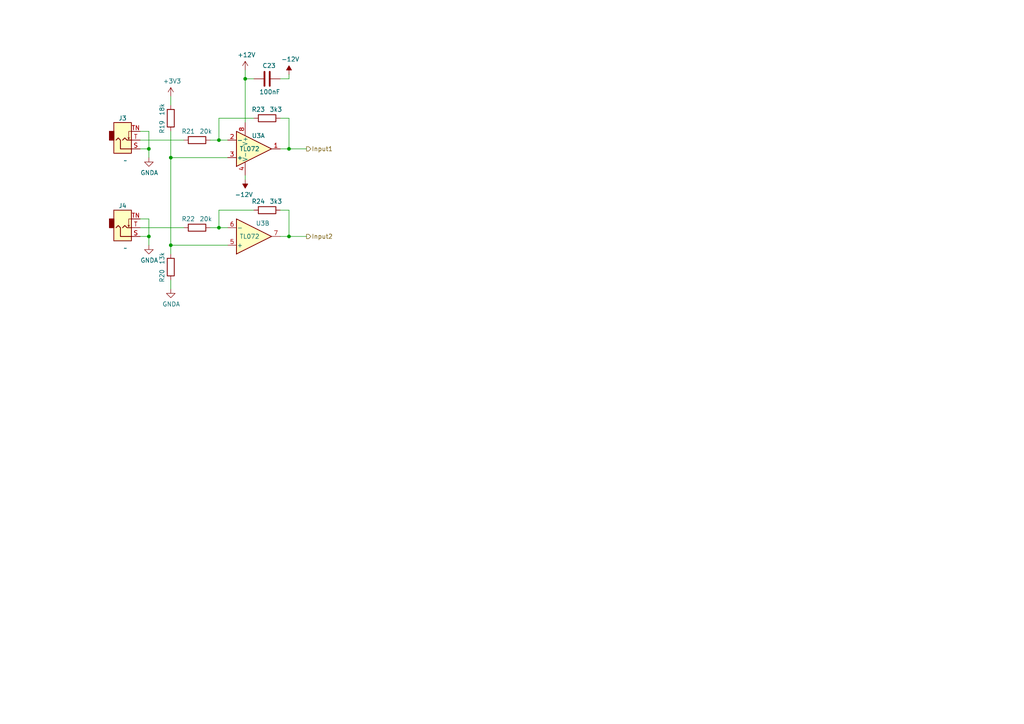
<source format=kicad_sch>
(kicad_sch (version 20211123) (generator eeschema)
  (paper "A4")
  (lib_symbols
    (symbol "Amplifier_Operational:TL072" (pin_names (offset 0.127))
      (property "Reference" "U" (at 0 5.08 0))
      (property "Value" "TL072" (at 0 -5.08 0))
      (symbol "TL072_1_1"
        (polyline (pts (xy -5.08 5.08) (xy 5.08 0) (xy -5.08 -5.08) (xy -5.08 5.08)) (stroke (width 0.254)) (fill (type background)))
        (pin output line (at 7.62 0 180) (length 2.54) (name "~") (number "1"))
        (pin input line (at -7.62 -2.54 0) (length 2.54) (name "-") (number "2"))
        (pin input line (at -7.62 2.54 0) (length 2.54) (name "+") (number "3"))
      )
      (symbol "TL072_2_1"
        (polyline (pts (xy -5.08 5.08) (xy 5.08 0) (xy -5.08 -5.08) (xy -5.08 5.08)) (stroke (width 0.254)) (fill (type background)))
        (pin input line (at -7.62 2.54 0) (length 2.54) (name "+") (number "5"))
        (pin input line (at -7.62 -2.54 0) (length 2.54) (name "-") (number "6"))
        (pin output line (at 7.62 0 180) (length 2.54) (name "~") (number "7"))
      )
      (symbol "TL072_3_1"
        (pin power_in line (at -2.54 -7.62 90) (length 3.81) (name "V-") (number "4"))
        (pin power_in line (at -2.54 7.62 270) (length 3.81) (name "V+") (number "8"))
      )
    )
    (symbol "Connector:AudioJack2_SwitchT"
      (property "Reference" "J" (at 0 8.89 0))
      (property "Value" "AudioJack2_SwitchT" (at 0 6.35 0))
      (symbol "AudioJack2_SwitchT_0_1"
        (rectangle (start -2.54 0) (end -3.81 -2.54) (stroke (width 0.254)) (fill (type outline)))
        (polyline (pts (xy 1.778 -0.254) (xy 2.032 -0.762)))
        (polyline (pts (xy 0 0) (xy 0.635 -0.635) (xy 1.27 0) (xy 2.54 0)) (stroke (width 0.254)))
        (polyline (pts (xy 2.54 -2.54) (xy 1.778 -2.54) (xy 1.778 -0.254) (xy 1.524 -0.762)))
        (polyline (pts (xy 2.54 2.54) (xy -0.635 2.54) (xy -0.635 0) (xy -1.27 -0.635) (xy -1.905 0)) (stroke (width 0.254)))
        (rectangle (start 2.54 3.81) (end -2.54 -5.08) (stroke (width 0.254)) (fill (type background)))
      )
      (symbol "AudioJack2_SwitchT_1_1"
        (pin passive line (at 5.08 2.54 180) (length 2.54) (name "~") (number "S"))
        (pin passive line (at 5.08 0 180) (length 2.54) (name "~") (number "T"))
        (pin passive line (at 5.08 -2.54 180) (length 2.54) (name "~") (number "TN"))
      )
    )
    (symbol "Device:C" (pin_numbers hide) (pin_names (offset 0.254))
      (property "Reference" "C" (at 0.635 2.54 0))
      (property "Value" "C" (at 0.635 -2.54 0))
      (symbol "C_0_1"
        (polyline (pts (xy -2.032 -0.762) (xy 2.032 -0.762)) (stroke (width 0.508)))
        (polyline (pts (xy -2.032 0.762) (xy 2.032 0.762)) (stroke (width 0.508)))
      )
      (symbol "C_1_1"
        (pin passive line (at 0 3.81 270) (length 2.794) (name "~") (number "1"))
        (pin passive line (at 0 -3.81 90) (length 2.794) (name "~") (number "2"))
      )
    )
    (symbol "Device:R" (pin_numbers hide) (pin_names (offset 0))
      (property "Reference" "R" (at 2.032 0 90))
      (property "Value" "R" (at 0 0 90))
      (symbol "R_0_1"
        (rectangle (start -1.016 -2.54) (end 1.016 2.54) (stroke (width 0.254)))
      )
      (symbol "R_1_1"
        (pin passive line (at 0 3.81 270) (length 1.27) (name "~") (number "1"))
        (pin passive line (at 0 -3.81 90) (length 1.27) (name "~") (number "2"))
      )
    )
    (symbol "power:+12V" (power) (pin_names (offset 0))
      (property "Value" "+12V" (at 0 3.556 0))
      (symbol "+12V_0_1"
        (polyline (pts (xy -0.762 1.27) (xy 0 2.54)))
        (polyline (pts (xy 0 0) (xy 0 2.54)))
        (polyline (pts (xy 0 2.54) (xy 0.762 1.27)))
      )
      (symbol "+12V_1_1"
        (pin power_in line (at 0 0 90) (length 0) hide (name "+12V") (number "1"))
      )
    )
    (symbol "power:+3V3" (power) (pin_names (offset 0))
      (property "Value" "+3V3" (at 0 3.556 0))
      (symbol "+3V3_0_1"
        (polyline (pts (xy -0.762 1.27) (xy 0 2.54)))
        (polyline (pts (xy 0 0) (xy 0 2.54)))
        (polyline (pts (xy 0 2.54) (xy 0.762 1.27)))
      )
      (symbol "+3V3_1_1"
        (pin power_in line (at 0 0 90) (length 0) hide (name "+3V3") (number "1"))
      )
    )
    (symbol "power:-12V" (power) (pin_names (offset 0))
      (property "Value" "-12V" (at 0 3.81 0))
      (symbol "-12V_0_0"
        (pin power_in line (at 0 0 90) (length 0) hide (name "-12V") (number "1"))
      )
      (symbol "-12V_0_1"
        (polyline (pts (xy 0 0) (xy 0 1.27) (xy 0.762 1.27) (xy 0 2.54) (xy -0.762 1.27) (xy 0 1.27)) (fill (type outline)))
      )
    )
    (symbol "power:GNDA" (power) (pin_names (offset 0))
      (property "Value" "GNDA" (at 0 -3.81 0))
      (symbol "GNDA_0_1"
        (polyline (pts (xy 0 0) (xy 0 -1.27) (xy 1.27 -1.27) (xy 0 -2.54) (xy -1.27 -1.27) (xy 0 -1.27)))
      )
      (symbol "GNDA_1_1"
        (pin power_in line (at 0 0 270) (length 0) hide (name "GNDA") (number "1"))
      )
    )
  )
  (junction (at 83.82 43.18))
  (junction (at 63.5 40.64))
  (junction (at 49.53 71.12))
  (junction (at 83.82 68.58))
  (junction (at 63.5 66.04))
  (junction (at 71.12 22.86))
  (junction (at 49.53 45.72))
  (junction (at 43.18 43.18))
  (junction (at 43.18 68.58))
  (wire (pts (xy 63.5 60.96) (xy 63.5 66.04)))
  (wire (pts (xy 83.82 68.58) (xy 88.9 68.58)))
  (wire (pts (xy 49.53 45.72) (xy 66.04 45.72)))
  (wire (pts (xy 83.82 60.96) (xy 83.82 68.58)))
  (wire (pts (xy 49.53 81.28) (xy 49.53 83.82)))
  (wire (pts (xy 49.53 27.94) (xy 49.53 30.48)))
  (wire (pts (xy 83.82 43.18) (xy 88.9 43.18)))
  (wire (pts (xy 81.28 68.58) (xy 83.82 68.58)))
  (wire (pts (xy 43.18 43.18) (xy 43.18 45.72)))
  (wire (pts (xy 73.66 34.29) (xy 63.5 34.29)))
  (wire (pts (xy 49.53 38.1) (xy 49.53 45.72)))
  (wire (pts (xy 60.96 66.04) (xy 63.5 66.04)))
  (wire (pts (xy 49.53 71.12) (xy 49.53 73.66)))
  (wire (pts (xy 83.82 22.86) (xy 83.82 21.59)))
  (wire (pts (xy 81.28 22.86) (xy 83.82 22.86)))
  (wire (pts (xy 63.5 40.64) (xy 66.04 40.64)))
  (wire (pts (xy 83.82 34.29) (xy 83.82 43.18)))
  (wire (pts (xy 40.64 38.1) (xy 43.18 38.1)))
  (wire (pts (xy 43.18 63.5) (xy 43.18 68.58)))
  (wire (pts (xy 40.64 40.64) (xy 53.34 40.64)))
  (wire (pts (xy 71.12 22.86) (xy 71.12 20.32)))
  (wire (pts (xy 60.96 40.64) (xy 63.5 40.64)))
  (wire (pts (xy 71.12 35.56) (xy 71.12 22.86)))
  (wire (pts (xy 49.53 45.72) (xy 49.53 71.12)))
  (wire (pts (xy 81.28 43.18) (xy 83.82 43.18)))
  (wire (pts (xy 40.64 43.18) (xy 43.18 43.18)))
  (wire (pts (xy 40.64 63.5) (xy 43.18 63.5)))
  (wire (pts (xy 81.28 34.29) (xy 83.82 34.29)))
  (wire (pts (xy 81.28 60.96) (xy 83.82 60.96)))
  (wire (pts (xy 63.5 34.29) (xy 63.5 40.64)))
  (wire (pts (xy 43.18 68.58) (xy 43.18 71.12)))
  (wire (pts (xy 40.64 66.04) (xy 53.34 66.04)))
  (wire (pts (xy 73.66 22.86) (xy 71.12 22.86)))
  (wire (pts (xy 73.66 60.96) (xy 63.5 60.96)))
  (wire (pts (xy 66.04 71.12) (xy 49.53 71.12)))
  (wire (pts (xy 63.5 66.04) (xy 66.04 66.04)))
  (wire (pts (xy 43.18 38.1) (xy 43.18 43.18)))
  (wire (pts (xy 71.12 52.07) (xy 71.12 50.8)))
  (wire (pts (xy 40.64 68.58) (xy 43.18 68.58)))
  (hierarchical_label "Input2" (shape output) (at 88.9 68.58 0))
  (hierarchical_label "Input1" (shape output) (at 88.9 43.18 0))
  (symbol (lib_id "Device:R") (at 49.53 77.47 180) (unit 1)
    (property "Reference" "R20" (at 46.99 80.01 90))
    (property "Value" "13k" (at 46.99 74.93 90))
    (property "Footprint" "Resistor_SMD:R_0603_1608Metric" (effects hide))
    (property "LCSC" "C22797" (effects hide))
  )
  (symbol (lib_id "power:+3V3") (at 49.53 27.94 0) (unit 1)
    (property "Reference" "#PWR052" (effects hide))
    (property "Value" "+3V3" (at 49.911 23.5458 0))
  )
  (symbol (lib_id "Amplifier_Operational:TL072") (at 73.66 43.18 0) (mirror x) (unit 1)
    (property "Reference" "U3" (at 74.93 39.37 0))
    (property "Value" "TL072" (at 72.39 43.18 0))
    (property "Footprint" "Package_SO:SOIC-8_3.9x4.9mm_P1.27mm" (effects hide))
    (property "Datasheet" "http://www.ti.com/lit/ds/symlink/tl071.pdf" (effects hide))
    (property "LCSC" "C6961" (effects hide))
  )
  (symbol (lib_id "Device:C") (at 77.47 22.86 90) (unit 1)
    (property "Reference" "C23" (at 80.01 19.05 90) (effects (justify left)))
    (property "Value" "100nF" (at 81.28 26.67 90) (effects (justify left)))
    (property "Footprint" "Capacitor_SMD:C_0603_1608Metric" (effects hide))
    (property "LCSC" "C14663" (effects hide))
  )
  (symbol (lib_id "Amplifier_Operational:TL072") (at 73.66 43.18 0) (unit 3)
    (property "Reference" "U3" (effects hide))
    (property "Value" "TL072" (effects hide))
    (property "Footprint" "Package_SO:SOIC-8_3.9x4.9mm_P1.27mm" (effects hide))
    (property "Datasheet" "http://www.ti.com/lit/ds/symlink/tl071.pdf" (effects hide))
    (property "LCSC" "C6961" (effects hide))
  )
  (symbol (lib_id "Device:R") (at 77.47 34.29 270) (unit 1)
    (property "Reference" "R23" (at 74.93 31.75 90))
    (property "Value" "3k3" (at 80.01 31.75 90))
    (property "Footprint" "Resistor_SMD:R_0603_1608Metric" (effects hide))
    (property "LCSC" "C22978" (effects hide))
  )
  (symbol (lib_id "Amplifier_Operational:TL072") (at 73.66 68.58 0) (mirror x) (unit 2)
    (property "Reference" "U3" (at 76.2 64.77 0))
    (property "Value" "TL072" (at 72.39 68.58 0))
    (property "Footprint" "Package_SO:SOIC-8_3.9x4.9mm_P1.27mm" (effects hide))
    (property "Datasheet" "http://www.ti.com/lit/ds/symlink/tl071.pdf" (effects hide))
    (property "LCSC" "C6961" (effects hide))
  )
  (symbol (lib_id "power:-12V") (at 71.12 52.07 180) (unit 1)
    (property "Reference" "#PWR055" (effects hide))
    (property "Value" "-12V" (at 70.739 56.4642 0))
  )
  (symbol (lib_id "Device:R") (at 49.53 34.29 180) (unit 1)
    (property "Reference" "R19" (at 46.99 36.83 90))
    (property "Value" "18k" (at 46.99 31.75 90))
    (property "Footprint" "Resistor_SMD:R_0603_1608Metric" (effects hide))
    (property "LCSC" "C25810" (effects hide))
  )
  (symbol (lib_id "Device:R") (at 77.47 60.96 270) (unit 1)
    (property "Reference" "R24" (at 74.93 58.42 90))
    (property "Value" "3k3" (at 80.01 58.42 90))
    (property "Footprint" "Resistor_SMD:R_0603_1608Metric" (effects hide))
    (property "LCSC" "C22978" (effects hide))
  )
  (symbol (lib_id "power:+12V") (at 71.12 20.32 0) (unit 1)
    (property "Reference" "#PWR054" (effects hide))
    (property "Value" "+12V" (at 71.501 15.9258 0))
  )
  (symbol (lib_id "power:GNDA") (at 43.18 71.12 0) (unit 1)
    (property "Reference" "#PWR051" (effects hide))
    (property "Value" "GNDA" (at 43.307 75.5142 0))
  )
  (symbol (lib_id "power:GNDA") (at 43.18 45.72 0) (unit 1)
    (property "Reference" "#PWR050" (effects hide))
    (property "Value" "GNDA" (at 43.307 50.1142 0))
  )
  (symbol (lib_id "Connector:AudioJack2_SwitchT") (at 35.56 66.04 0) (mirror x) (unit 1)
    (property "Reference" "J4" (at 35.56 59.69 0))
    (property "Value" "~" (at 36.3728 71.9836 0))
    (property "Footprint" "aaa:PJ301M-12" (effects hide))
  )
  (symbol (lib_id "power:-12V") (at 83.82 21.59 0) (unit 1)
    (property "Reference" "#PWR056" (effects hide))
    (property "Value" "-12V" (at 84.201 17.1958 0))
  )
  (symbol (lib_id "power:GNDA") (at 49.53 83.82 0) (unit 1)
    (property "Reference" "#PWR053" (effects hide))
    (property "Value" "GNDA" (at 49.657 88.2142 0))
  )
  (symbol (lib_id "Device:R") (at 57.15 66.04 270) (unit 1)
    (property "Reference" "R22" (at 54.61 63.5 90))
    (property "Value" "20k" (at 59.69 63.5 90))
    (property "Footprint" "Resistor_SMD:R_0603_1608Metric" (effects hide))
    (property "LCSC" "C4184" (effects hide))
  )
  (symbol (lib_id "Connector:AudioJack2_SwitchT") (at 35.56 40.64 0) (mirror x) (unit 1)
    (property "Reference" "J3" (at 35.56 34.29 0))
    (property "Value" "~" (at 36.3728 46.5836 0))
    (property "Footprint" "aaa:PJ301M-12" (effects hide))
  )
  (symbol (lib_id "Device:R") (at 57.15 40.64 270) (unit 1)
    (property "Reference" "R21" (at 54.61 38.1 90))
    (property "Value" "20k" (at 59.69 38.1 90))
    (property "Footprint" "Resistor_SMD:R_0603_1608Metric" (effects hide))
    (property "LCSC" "C4184" (effects hide))
  )
)
</source>
